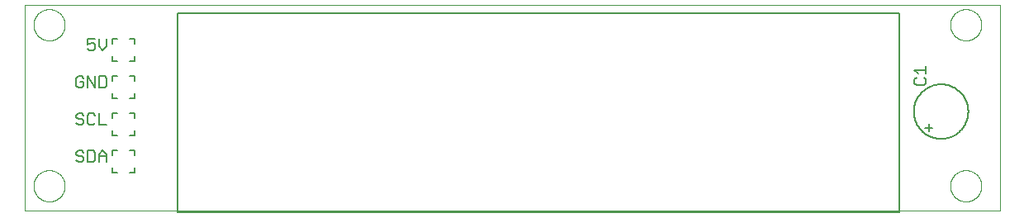
<source format=gto>
G75*
%MOIN*%
%OFA0B0*%
%FSLAX25Y25*%
%IPPOS*%
%LPD*%
%AMOC8*
5,1,8,0,0,1.08239X$1,22.5*
%
%ADD10C,0.00000*%
%ADD11C,0.00500*%
%ADD12C,0.00600*%
D10*
X0005942Y0005942D02*
X0005942Y0089018D01*
X0399643Y0089018D01*
X0399643Y0005942D01*
X0005942Y0005942D01*
X0009643Y0015942D02*
X0009645Y0016100D01*
X0009651Y0016258D01*
X0009661Y0016416D01*
X0009675Y0016574D01*
X0009693Y0016731D01*
X0009714Y0016888D01*
X0009740Y0017044D01*
X0009770Y0017200D01*
X0009803Y0017355D01*
X0009841Y0017508D01*
X0009882Y0017661D01*
X0009927Y0017813D01*
X0009976Y0017964D01*
X0010029Y0018113D01*
X0010085Y0018261D01*
X0010145Y0018407D01*
X0010209Y0018552D01*
X0010277Y0018695D01*
X0010348Y0018837D01*
X0010422Y0018977D01*
X0010500Y0019114D01*
X0010582Y0019250D01*
X0010666Y0019384D01*
X0010755Y0019515D01*
X0010846Y0019644D01*
X0010941Y0019771D01*
X0011038Y0019896D01*
X0011139Y0020018D01*
X0011243Y0020137D01*
X0011350Y0020254D01*
X0011460Y0020368D01*
X0011573Y0020479D01*
X0011688Y0020588D01*
X0011806Y0020693D01*
X0011927Y0020795D01*
X0012050Y0020895D01*
X0012176Y0020991D01*
X0012304Y0021084D01*
X0012434Y0021174D01*
X0012567Y0021260D01*
X0012702Y0021344D01*
X0012838Y0021423D01*
X0012977Y0021500D01*
X0013118Y0021572D01*
X0013260Y0021642D01*
X0013404Y0021707D01*
X0013550Y0021769D01*
X0013697Y0021827D01*
X0013846Y0021882D01*
X0013996Y0021933D01*
X0014147Y0021980D01*
X0014299Y0022023D01*
X0014452Y0022062D01*
X0014607Y0022098D01*
X0014762Y0022129D01*
X0014918Y0022157D01*
X0015074Y0022181D01*
X0015231Y0022201D01*
X0015389Y0022217D01*
X0015546Y0022229D01*
X0015705Y0022237D01*
X0015863Y0022241D01*
X0016021Y0022241D01*
X0016179Y0022237D01*
X0016338Y0022229D01*
X0016495Y0022217D01*
X0016653Y0022201D01*
X0016810Y0022181D01*
X0016966Y0022157D01*
X0017122Y0022129D01*
X0017277Y0022098D01*
X0017432Y0022062D01*
X0017585Y0022023D01*
X0017737Y0021980D01*
X0017888Y0021933D01*
X0018038Y0021882D01*
X0018187Y0021827D01*
X0018334Y0021769D01*
X0018480Y0021707D01*
X0018624Y0021642D01*
X0018766Y0021572D01*
X0018907Y0021500D01*
X0019046Y0021423D01*
X0019182Y0021344D01*
X0019317Y0021260D01*
X0019450Y0021174D01*
X0019580Y0021084D01*
X0019708Y0020991D01*
X0019834Y0020895D01*
X0019957Y0020795D01*
X0020078Y0020693D01*
X0020196Y0020588D01*
X0020311Y0020479D01*
X0020424Y0020368D01*
X0020534Y0020254D01*
X0020641Y0020137D01*
X0020745Y0020018D01*
X0020846Y0019896D01*
X0020943Y0019771D01*
X0021038Y0019644D01*
X0021129Y0019515D01*
X0021218Y0019384D01*
X0021302Y0019250D01*
X0021384Y0019114D01*
X0021462Y0018977D01*
X0021536Y0018837D01*
X0021607Y0018695D01*
X0021675Y0018552D01*
X0021739Y0018407D01*
X0021799Y0018261D01*
X0021855Y0018113D01*
X0021908Y0017964D01*
X0021957Y0017813D01*
X0022002Y0017661D01*
X0022043Y0017508D01*
X0022081Y0017355D01*
X0022114Y0017200D01*
X0022144Y0017044D01*
X0022170Y0016888D01*
X0022191Y0016731D01*
X0022209Y0016574D01*
X0022223Y0016416D01*
X0022233Y0016258D01*
X0022239Y0016100D01*
X0022241Y0015942D01*
X0022239Y0015784D01*
X0022233Y0015626D01*
X0022223Y0015468D01*
X0022209Y0015310D01*
X0022191Y0015153D01*
X0022170Y0014996D01*
X0022144Y0014840D01*
X0022114Y0014684D01*
X0022081Y0014529D01*
X0022043Y0014376D01*
X0022002Y0014223D01*
X0021957Y0014071D01*
X0021908Y0013920D01*
X0021855Y0013771D01*
X0021799Y0013623D01*
X0021739Y0013477D01*
X0021675Y0013332D01*
X0021607Y0013189D01*
X0021536Y0013047D01*
X0021462Y0012907D01*
X0021384Y0012770D01*
X0021302Y0012634D01*
X0021218Y0012500D01*
X0021129Y0012369D01*
X0021038Y0012240D01*
X0020943Y0012113D01*
X0020846Y0011988D01*
X0020745Y0011866D01*
X0020641Y0011747D01*
X0020534Y0011630D01*
X0020424Y0011516D01*
X0020311Y0011405D01*
X0020196Y0011296D01*
X0020078Y0011191D01*
X0019957Y0011089D01*
X0019834Y0010989D01*
X0019708Y0010893D01*
X0019580Y0010800D01*
X0019450Y0010710D01*
X0019317Y0010624D01*
X0019182Y0010540D01*
X0019046Y0010461D01*
X0018907Y0010384D01*
X0018766Y0010312D01*
X0018624Y0010242D01*
X0018480Y0010177D01*
X0018334Y0010115D01*
X0018187Y0010057D01*
X0018038Y0010002D01*
X0017888Y0009951D01*
X0017737Y0009904D01*
X0017585Y0009861D01*
X0017432Y0009822D01*
X0017277Y0009786D01*
X0017122Y0009755D01*
X0016966Y0009727D01*
X0016810Y0009703D01*
X0016653Y0009683D01*
X0016495Y0009667D01*
X0016338Y0009655D01*
X0016179Y0009647D01*
X0016021Y0009643D01*
X0015863Y0009643D01*
X0015705Y0009647D01*
X0015546Y0009655D01*
X0015389Y0009667D01*
X0015231Y0009683D01*
X0015074Y0009703D01*
X0014918Y0009727D01*
X0014762Y0009755D01*
X0014607Y0009786D01*
X0014452Y0009822D01*
X0014299Y0009861D01*
X0014147Y0009904D01*
X0013996Y0009951D01*
X0013846Y0010002D01*
X0013697Y0010057D01*
X0013550Y0010115D01*
X0013404Y0010177D01*
X0013260Y0010242D01*
X0013118Y0010312D01*
X0012977Y0010384D01*
X0012838Y0010461D01*
X0012702Y0010540D01*
X0012567Y0010624D01*
X0012434Y0010710D01*
X0012304Y0010800D01*
X0012176Y0010893D01*
X0012050Y0010989D01*
X0011927Y0011089D01*
X0011806Y0011191D01*
X0011688Y0011296D01*
X0011573Y0011405D01*
X0011460Y0011516D01*
X0011350Y0011630D01*
X0011243Y0011747D01*
X0011139Y0011866D01*
X0011038Y0011988D01*
X0010941Y0012113D01*
X0010846Y0012240D01*
X0010755Y0012369D01*
X0010666Y0012500D01*
X0010582Y0012634D01*
X0010500Y0012770D01*
X0010422Y0012907D01*
X0010348Y0013047D01*
X0010277Y0013189D01*
X0010209Y0013332D01*
X0010145Y0013477D01*
X0010085Y0013623D01*
X0010029Y0013771D01*
X0009976Y0013920D01*
X0009927Y0014071D01*
X0009882Y0014223D01*
X0009841Y0014376D01*
X0009803Y0014529D01*
X0009770Y0014684D01*
X0009740Y0014840D01*
X0009714Y0014996D01*
X0009693Y0015153D01*
X0009675Y0015310D01*
X0009661Y0015468D01*
X0009651Y0015626D01*
X0009645Y0015784D01*
X0009643Y0015942D01*
X0009643Y0080942D02*
X0009645Y0081100D01*
X0009651Y0081258D01*
X0009661Y0081416D01*
X0009675Y0081574D01*
X0009693Y0081731D01*
X0009714Y0081888D01*
X0009740Y0082044D01*
X0009770Y0082200D01*
X0009803Y0082355D01*
X0009841Y0082508D01*
X0009882Y0082661D01*
X0009927Y0082813D01*
X0009976Y0082964D01*
X0010029Y0083113D01*
X0010085Y0083261D01*
X0010145Y0083407D01*
X0010209Y0083552D01*
X0010277Y0083695D01*
X0010348Y0083837D01*
X0010422Y0083977D01*
X0010500Y0084114D01*
X0010582Y0084250D01*
X0010666Y0084384D01*
X0010755Y0084515D01*
X0010846Y0084644D01*
X0010941Y0084771D01*
X0011038Y0084896D01*
X0011139Y0085018D01*
X0011243Y0085137D01*
X0011350Y0085254D01*
X0011460Y0085368D01*
X0011573Y0085479D01*
X0011688Y0085588D01*
X0011806Y0085693D01*
X0011927Y0085795D01*
X0012050Y0085895D01*
X0012176Y0085991D01*
X0012304Y0086084D01*
X0012434Y0086174D01*
X0012567Y0086260D01*
X0012702Y0086344D01*
X0012838Y0086423D01*
X0012977Y0086500D01*
X0013118Y0086572D01*
X0013260Y0086642D01*
X0013404Y0086707D01*
X0013550Y0086769D01*
X0013697Y0086827D01*
X0013846Y0086882D01*
X0013996Y0086933D01*
X0014147Y0086980D01*
X0014299Y0087023D01*
X0014452Y0087062D01*
X0014607Y0087098D01*
X0014762Y0087129D01*
X0014918Y0087157D01*
X0015074Y0087181D01*
X0015231Y0087201D01*
X0015389Y0087217D01*
X0015546Y0087229D01*
X0015705Y0087237D01*
X0015863Y0087241D01*
X0016021Y0087241D01*
X0016179Y0087237D01*
X0016338Y0087229D01*
X0016495Y0087217D01*
X0016653Y0087201D01*
X0016810Y0087181D01*
X0016966Y0087157D01*
X0017122Y0087129D01*
X0017277Y0087098D01*
X0017432Y0087062D01*
X0017585Y0087023D01*
X0017737Y0086980D01*
X0017888Y0086933D01*
X0018038Y0086882D01*
X0018187Y0086827D01*
X0018334Y0086769D01*
X0018480Y0086707D01*
X0018624Y0086642D01*
X0018766Y0086572D01*
X0018907Y0086500D01*
X0019046Y0086423D01*
X0019182Y0086344D01*
X0019317Y0086260D01*
X0019450Y0086174D01*
X0019580Y0086084D01*
X0019708Y0085991D01*
X0019834Y0085895D01*
X0019957Y0085795D01*
X0020078Y0085693D01*
X0020196Y0085588D01*
X0020311Y0085479D01*
X0020424Y0085368D01*
X0020534Y0085254D01*
X0020641Y0085137D01*
X0020745Y0085018D01*
X0020846Y0084896D01*
X0020943Y0084771D01*
X0021038Y0084644D01*
X0021129Y0084515D01*
X0021218Y0084384D01*
X0021302Y0084250D01*
X0021384Y0084114D01*
X0021462Y0083977D01*
X0021536Y0083837D01*
X0021607Y0083695D01*
X0021675Y0083552D01*
X0021739Y0083407D01*
X0021799Y0083261D01*
X0021855Y0083113D01*
X0021908Y0082964D01*
X0021957Y0082813D01*
X0022002Y0082661D01*
X0022043Y0082508D01*
X0022081Y0082355D01*
X0022114Y0082200D01*
X0022144Y0082044D01*
X0022170Y0081888D01*
X0022191Y0081731D01*
X0022209Y0081574D01*
X0022223Y0081416D01*
X0022233Y0081258D01*
X0022239Y0081100D01*
X0022241Y0080942D01*
X0022239Y0080784D01*
X0022233Y0080626D01*
X0022223Y0080468D01*
X0022209Y0080310D01*
X0022191Y0080153D01*
X0022170Y0079996D01*
X0022144Y0079840D01*
X0022114Y0079684D01*
X0022081Y0079529D01*
X0022043Y0079376D01*
X0022002Y0079223D01*
X0021957Y0079071D01*
X0021908Y0078920D01*
X0021855Y0078771D01*
X0021799Y0078623D01*
X0021739Y0078477D01*
X0021675Y0078332D01*
X0021607Y0078189D01*
X0021536Y0078047D01*
X0021462Y0077907D01*
X0021384Y0077770D01*
X0021302Y0077634D01*
X0021218Y0077500D01*
X0021129Y0077369D01*
X0021038Y0077240D01*
X0020943Y0077113D01*
X0020846Y0076988D01*
X0020745Y0076866D01*
X0020641Y0076747D01*
X0020534Y0076630D01*
X0020424Y0076516D01*
X0020311Y0076405D01*
X0020196Y0076296D01*
X0020078Y0076191D01*
X0019957Y0076089D01*
X0019834Y0075989D01*
X0019708Y0075893D01*
X0019580Y0075800D01*
X0019450Y0075710D01*
X0019317Y0075624D01*
X0019182Y0075540D01*
X0019046Y0075461D01*
X0018907Y0075384D01*
X0018766Y0075312D01*
X0018624Y0075242D01*
X0018480Y0075177D01*
X0018334Y0075115D01*
X0018187Y0075057D01*
X0018038Y0075002D01*
X0017888Y0074951D01*
X0017737Y0074904D01*
X0017585Y0074861D01*
X0017432Y0074822D01*
X0017277Y0074786D01*
X0017122Y0074755D01*
X0016966Y0074727D01*
X0016810Y0074703D01*
X0016653Y0074683D01*
X0016495Y0074667D01*
X0016338Y0074655D01*
X0016179Y0074647D01*
X0016021Y0074643D01*
X0015863Y0074643D01*
X0015705Y0074647D01*
X0015546Y0074655D01*
X0015389Y0074667D01*
X0015231Y0074683D01*
X0015074Y0074703D01*
X0014918Y0074727D01*
X0014762Y0074755D01*
X0014607Y0074786D01*
X0014452Y0074822D01*
X0014299Y0074861D01*
X0014147Y0074904D01*
X0013996Y0074951D01*
X0013846Y0075002D01*
X0013697Y0075057D01*
X0013550Y0075115D01*
X0013404Y0075177D01*
X0013260Y0075242D01*
X0013118Y0075312D01*
X0012977Y0075384D01*
X0012838Y0075461D01*
X0012702Y0075540D01*
X0012567Y0075624D01*
X0012434Y0075710D01*
X0012304Y0075800D01*
X0012176Y0075893D01*
X0012050Y0075989D01*
X0011927Y0076089D01*
X0011806Y0076191D01*
X0011688Y0076296D01*
X0011573Y0076405D01*
X0011460Y0076516D01*
X0011350Y0076630D01*
X0011243Y0076747D01*
X0011139Y0076866D01*
X0011038Y0076988D01*
X0010941Y0077113D01*
X0010846Y0077240D01*
X0010755Y0077369D01*
X0010666Y0077500D01*
X0010582Y0077634D01*
X0010500Y0077770D01*
X0010422Y0077907D01*
X0010348Y0078047D01*
X0010277Y0078189D01*
X0010209Y0078332D01*
X0010145Y0078477D01*
X0010085Y0078623D01*
X0010029Y0078771D01*
X0009976Y0078920D01*
X0009927Y0079071D01*
X0009882Y0079223D01*
X0009841Y0079376D01*
X0009803Y0079529D01*
X0009770Y0079684D01*
X0009740Y0079840D01*
X0009714Y0079996D01*
X0009693Y0080153D01*
X0009675Y0080310D01*
X0009661Y0080468D01*
X0009651Y0080626D01*
X0009645Y0080784D01*
X0009643Y0080942D01*
X0379643Y0080942D02*
X0379645Y0081100D01*
X0379651Y0081258D01*
X0379661Y0081416D01*
X0379675Y0081574D01*
X0379693Y0081731D01*
X0379714Y0081888D01*
X0379740Y0082044D01*
X0379770Y0082200D01*
X0379803Y0082355D01*
X0379841Y0082508D01*
X0379882Y0082661D01*
X0379927Y0082813D01*
X0379976Y0082964D01*
X0380029Y0083113D01*
X0380085Y0083261D01*
X0380145Y0083407D01*
X0380209Y0083552D01*
X0380277Y0083695D01*
X0380348Y0083837D01*
X0380422Y0083977D01*
X0380500Y0084114D01*
X0380582Y0084250D01*
X0380666Y0084384D01*
X0380755Y0084515D01*
X0380846Y0084644D01*
X0380941Y0084771D01*
X0381038Y0084896D01*
X0381139Y0085018D01*
X0381243Y0085137D01*
X0381350Y0085254D01*
X0381460Y0085368D01*
X0381573Y0085479D01*
X0381688Y0085588D01*
X0381806Y0085693D01*
X0381927Y0085795D01*
X0382050Y0085895D01*
X0382176Y0085991D01*
X0382304Y0086084D01*
X0382434Y0086174D01*
X0382567Y0086260D01*
X0382702Y0086344D01*
X0382838Y0086423D01*
X0382977Y0086500D01*
X0383118Y0086572D01*
X0383260Y0086642D01*
X0383404Y0086707D01*
X0383550Y0086769D01*
X0383697Y0086827D01*
X0383846Y0086882D01*
X0383996Y0086933D01*
X0384147Y0086980D01*
X0384299Y0087023D01*
X0384452Y0087062D01*
X0384607Y0087098D01*
X0384762Y0087129D01*
X0384918Y0087157D01*
X0385074Y0087181D01*
X0385231Y0087201D01*
X0385389Y0087217D01*
X0385546Y0087229D01*
X0385705Y0087237D01*
X0385863Y0087241D01*
X0386021Y0087241D01*
X0386179Y0087237D01*
X0386338Y0087229D01*
X0386495Y0087217D01*
X0386653Y0087201D01*
X0386810Y0087181D01*
X0386966Y0087157D01*
X0387122Y0087129D01*
X0387277Y0087098D01*
X0387432Y0087062D01*
X0387585Y0087023D01*
X0387737Y0086980D01*
X0387888Y0086933D01*
X0388038Y0086882D01*
X0388187Y0086827D01*
X0388334Y0086769D01*
X0388480Y0086707D01*
X0388624Y0086642D01*
X0388766Y0086572D01*
X0388907Y0086500D01*
X0389046Y0086423D01*
X0389182Y0086344D01*
X0389317Y0086260D01*
X0389450Y0086174D01*
X0389580Y0086084D01*
X0389708Y0085991D01*
X0389834Y0085895D01*
X0389957Y0085795D01*
X0390078Y0085693D01*
X0390196Y0085588D01*
X0390311Y0085479D01*
X0390424Y0085368D01*
X0390534Y0085254D01*
X0390641Y0085137D01*
X0390745Y0085018D01*
X0390846Y0084896D01*
X0390943Y0084771D01*
X0391038Y0084644D01*
X0391129Y0084515D01*
X0391218Y0084384D01*
X0391302Y0084250D01*
X0391384Y0084114D01*
X0391462Y0083977D01*
X0391536Y0083837D01*
X0391607Y0083695D01*
X0391675Y0083552D01*
X0391739Y0083407D01*
X0391799Y0083261D01*
X0391855Y0083113D01*
X0391908Y0082964D01*
X0391957Y0082813D01*
X0392002Y0082661D01*
X0392043Y0082508D01*
X0392081Y0082355D01*
X0392114Y0082200D01*
X0392144Y0082044D01*
X0392170Y0081888D01*
X0392191Y0081731D01*
X0392209Y0081574D01*
X0392223Y0081416D01*
X0392233Y0081258D01*
X0392239Y0081100D01*
X0392241Y0080942D01*
X0392239Y0080784D01*
X0392233Y0080626D01*
X0392223Y0080468D01*
X0392209Y0080310D01*
X0392191Y0080153D01*
X0392170Y0079996D01*
X0392144Y0079840D01*
X0392114Y0079684D01*
X0392081Y0079529D01*
X0392043Y0079376D01*
X0392002Y0079223D01*
X0391957Y0079071D01*
X0391908Y0078920D01*
X0391855Y0078771D01*
X0391799Y0078623D01*
X0391739Y0078477D01*
X0391675Y0078332D01*
X0391607Y0078189D01*
X0391536Y0078047D01*
X0391462Y0077907D01*
X0391384Y0077770D01*
X0391302Y0077634D01*
X0391218Y0077500D01*
X0391129Y0077369D01*
X0391038Y0077240D01*
X0390943Y0077113D01*
X0390846Y0076988D01*
X0390745Y0076866D01*
X0390641Y0076747D01*
X0390534Y0076630D01*
X0390424Y0076516D01*
X0390311Y0076405D01*
X0390196Y0076296D01*
X0390078Y0076191D01*
X0389957Y0076089D01*
X0389834Y0075989D01*
X0389708Y0075893D01*
X0389580Y0075800D01*
X0389450Y0075710D01*
X0389317Y0075624D01*
X0389182Y0075540D01*
X0389046Y0075461D01*
X0388907Y0075384D01*
X0388766Y0075312D01*
X0388624Y0075242D01*
X0388480Y0075177D01*
X0388334Y0075115D01*
X0388187Y0075057D01*
X0388038Y0075002D01*
X0387888Y0074951D01*
X0387737Y0074904D01*
X0387585Y0074861D01*
X0387432Y0074822D01*
X0387277Y0074786D01*
X0387122Y0074755D01*
X0386966Y0074727D01*
X0386810Y0074703D01*
X0386653Y0074683D01*
X0386495Y0074667D01*
X0386338Y0074655D01*
X0386179Y0074647D01*
X0386021Y0074643D01*
X0385863Y0074643D01*
X0385705Y0074647D01*
X0385546Y0074655D01*
X0385389Y0074667D01*
X0385231Y0074683D01*
X0385074Y0074703D01*
X0384918Y0074727D01*
X0384762Y0074755D01*
X0384607Y0074786D01*
X0384452Y0074822D01*
X0384299Y0074861D01*
X0384147Y0074904D01*
X0383996Y0074951D01*
X0383846Y0075002D01*
X0383697Y0075057D01*
X0383550Y0075115D01*
X0383404Y0075177D01*
X0383260Y0075242D01*
X0383118Y0075312D01*
X0382977Y0075384D01*
X0382838Y0075461D01*
X0382702Y0075540D01*
X0382567Y0075624D01*
X0382434Y0075710D01*
X0382304Y0075800D01*
X0382176Y0075893D01*
X0382050Y0075989D01*
X0381927Y0076089D01*
X0381806Y0076191D01*
X0381688Y0076296D01*
X0381573Y0076405D01*
X0381460Y0076516D01*
X0381350Y0076630D01*
X0381243Y0076747D01*
X0381139Y0076866D01*
X0381038Y0076988D01*
X0380941Y0077113D01*
X0380846Y0077240D01*
X0380755Y0077369D01*
X0380666Y0077500D01*
X0380582Y0077634D01*
X0380500Y0077770D01*
X0380422Y0077907D01*
X0380348Y0078047D01*
X0380277Y0078189D01*
X0380209Y0078332D01*
X0380145Y0078477D01*
X0380085Y0078623D01*
X0380029Y0078771D01*
X0379976Y0078920D01*
X0379927Y0079071D01*
X0379882Y0079223D01*
X0379841Y0079376D01*
X0379803Y0079529D01*
X0379770Y0079684D01*
X0379740Y0079840D01*
X0379714Y0079996D01*
X0379693Y0080153D01*
X0379675Y0080310D01*
X0379661Y0080468D01*
X0379651Y0080626D01*
X0379645Y0080784D01*
X0379643Y0080942D01*
X0379643Y0015942D02*
X0379645Y0016100D01*
X0379651Y0016258D01*
X0379661Y0016416D01*
X0379675Y0016574D01*
X0379693Y0016731D01*
X0379714Y0016888D01*
X0379740Y0017044D01*
X0379770Y0017200D01*
X0379803Y0017355D01*
X0379841Y0017508D01*
X0379882Y0017661D01*
X0379927Y0017813D01*
X0379976Y0017964D01*
X0380029Y0018113D01*
X0380085Y0018261D01*
X0380145Y0018407D01*
X0380209Y0018552D01*
X0380277Y0018695D01*
X0380348Y0018837D01*
X0380422Y0018977D01*
X0380500Y0019114D01*
X0380582Y0019250D01*
X0380666Y0019384D01*
X0380755Y0019515D01*
X0380846Y0019644D01*
X0380941Y0019771D01*
X0381038Y0019896D01*
X0381139Y0020018D01*
X0381243Y0020137D01*
X0381350Y0020254D01*
X0381460Y0020368D01*
X0381573Y0020479D01*
X0381688Y0020588D01*
X0381806Y0020693D01*
X0381927Y0020795D01*
X0382050Y0020895D01*
X0382176Y0020991D01*
X0382304Y0021084D01*
X0382434Y0021174D01*
X0382567Y0021260D01*
X0382702Y0021344D01*
X0382838Y0021423D01*
X0382977Y0021500D01*
X0383118Y0021572D01*
X0383260Y0021642D01*
X0383404Y0021707D01*
X0383550Y0021769D01*
X0383697Y0021827D01*
X0383846Y0021882D01*
X0383996Y0021933D01*
X0384147Y0021980D01*
X0384299Y0022023D01*
X0384452Y0022062D01*
X0384607Y0022098D01*
X0384762Y0022129D01*
X0384918Y0022157D01*
X0385074Y0022181D01*
X0385231Y0022201D01*
X0385389Y0022217D01*
X0385546Y0022229D01*
X0385705Y0022237D01*
X0385863Y0022241D01*
X0386021Y0022241D01*
X0386179Y0022237D01*
X0386338Y0022229D01*
X0386495Y0022217D01*
X0386653Y0022201D01*
X0386810Y0022181D01*
X0386966Y0022157D01*
X0387122Y0022129D01*
X0387277Y0022098D01*
X0387432Y0022062D01*
X0387585Y0022023D01*
X0387737Y0021980D01*
X0387888Y0021933D01*
X0388038Y0021882D01*
X0388187Y0021827D01*
X0388334Y0021769D01*
X0388480Y0021707D01*
X0388624Y0021642D01*
X0388766Y0021572D01*
X0388907Y0021500D01*
X0389046Y0021423D01*
X0389182Y0021344D01*
X0389317Y0021260D01*
X0389450Y0021174D01*
X0389580Y0021084D01*
X0389708Y0020991D01*
X0389834Y0020895D01*
X0389957Y0020795D01*
X0390078Y0020693D01*
X0390196Y0020588D01*
X0390311Y0020479D01*
X0390424Y0020368D01*
X0390534Y0020254D01*
X0390641Y0020137D01*
X0390745Y0020018D01*
X0390846Y0019896D01*
X0390943Y0019771D01*
X0391038Y0019644D01*
X0391129Y0019515D01*
X0391218Y0019384D01*
X0391302Y0019250D01*
X0391384Y0019114D01*
X0391462Y0018977D01*
X0391536Y0018837D01*
X0391607Y0018695D01*
X0391675Y0018552D01*
X0391739Y0018407D01*
X0391799Y0018261D01*
X0391855Y0018113D01*
X0391908Y0017964D01*
X0391957Y0017813D01*
X0392002Y0017661D01*
X0392043Y0017508D01*
X0392081Y0017355D01*
X0392114Y0017200D01*
X0392144Y0017044D01*
X0392170Y0016888D01*
X0392191Y0016731D01*
X0392209Y0016574D01*
X0392223Y0016416D01*
X0392233Y0016258D01*
X0392239Y0016100D01*
X0392241Y0015942D01*
X0392239Y0015784D01*
X0392233Y0015626D01*
X0392223Y0015468D01*
X0392209Y0015310D01*
X0392191Y0015153D01*
X0392170Y0014996D01*
X0392144Y0014840D01*
X0392114Y0014684D01*
X0392081Y0014529D01*
X0392043Y0014376D01*
X0392002Y0014223D01*
X0391957Y0014071D01*
X0391908Y0013920D01*
X0391855Y0013771D01*
X0391799Y0013623D01*
X0391739Y0013477D01*
X0391675Y0013332D01*
X0391607Y0013189D01*
X0391536Y0013047D01*
X0391462Y0012907D01*
X0391384Y0012770D01*
X0391302Y0012634D01*
X0391218Y0012500D01*
X0391129Y0012369D01*
X0391038Y0012240D01*
X0390943Y0012113D01*
X0390846Y0011988D01*
X0390745Y0011866D01*
X0390641Y0011747D01*
X0390534Y0011630D01*
X0390424Y0011516D01*
X0390311Y0011405D01*
X0390196Y0011296D01*
X0390078Y0011191D01*
X0389957Y0011089D01*
X0389834Y0010989D01*
X0389708Y0010893D01*
X0389580Y0010800D01*
X0389450Y0010710D01*
X0389317Y0010624D01*
X0389182Y0010540D01*
X0389046Y0010461D01*
X0388907Y0010384D01*
X0388766Y0010312D01*
X0388624Y0010242D01*
X0388480Y0010177D01*
X0388334Y0010115D01*
X0388187Y0010057D01*
X0388038Y0010002D01*
X0387888Y0009951D01*
X0387737Y0009904D01*
X0387585Y0009861D01*
X0387432Y0009822D01*
X0387277Y0009786D01*
X0387122Y0009755D01*
X0386966Y0009727D01*
X0386810Y0009703D01*
X0386653Y0009683D01*
X0386495Y0009667D01*
X0386338Y0009655D01*
X0386179Y0009647D01*
X0386021Y0009643D01*
X0385863Y0009643D01*
X0385705Y0009647D01*
X0385546Y0009655D01*
X0385389Y0009667D01*
X0385231Y0009683D01*
X0385074Y0009703D01*
X0384918Y0009727D01*
X0384762Y0009755D01*
X0384607Y0009786D01*
X0384452Y0009822D01*
X0384299Y0009861D01*
X0384147Y0009904D01*
X0383996Y0009951D01*
X0383846Y0010002D01*
X0383697Y0010057D01*
X0383550Y0010115D01*
X0383404Y0010177D01*
X0383260Y0010242D01*
X0383118Y0010312D01*
X0382977Y0010384D01*
X0382838Y0010461D01*
X0382702Y0010540D01*
X0382567Y0010624D01*
X0382434Y0010710D01*
X0382304Y0010800D01*
X0382176Y0010893D01*
X0382050Y0010989D01*
X0381927Y0011089D01*
X0381806Y0011191D01*
X0381688Y0011296D01*
X0381573Y0011405D01*
X0381460Y0011516D01*
X0381350Y0011630D01*
X0381243Y0011747D01*
X0381139Y0011866D01*
X0381038Y0011988D01*
X0380941Y0012113D01*
X0380846Y0012240D01*
X0380755Y0012369D01*
X0380666Y0012500D01*
X0380582Y0012634D01*
X0380500Y0012770D01*
X0380422Y0012907D01*
X0380348Y0013047D01*
X0380277Y0013189D01*
X0380209Y0013332D01*
X0380145Y0013477D01*
X0380085Y0013623D01*
X0380029Y0013771D01*
X0379976Y0013920D01*
X0379927Y0014071D01*
X0379882Y0014223D01*
X0379841Y0014376D01*
X0379803Y0014529D01*
X0379770Y0014684D01*
X0379740Y0014840D01*
X0379714Y0014996D01*
X0379693Y0015153D01*
X0379675Y0015310D01*
X0379661Y0015468D01*
X0379651Y0015626D01*
X0379645Y0015784D01*
X0379643Y0015942D01*
D11*
X0359067Y0005317D02*
X0359067Y0085750D01*
X0067729Y0085750D01*
X0067729Y0005317D01*
X0359067Y0005317D01*
X0365939Y0056692D02*
X0368941Y0056692D01*
X0369692Y0057443D01*
X0369692Y0058944D01*
X0368941Y0059695D01*
X0369692Y0061296D02*
X0369692Y0064299D01*
X0369692Y0062797D02*
X0365188Y0062797D01*
X0366690Y0061296D01*
X0365939Y0059695D02*
X0365188Y0058944D01*
X0365188Y0057443D01*
X0365939Y0056692D01*
X0039091Y0056443D02*
X0038340Y0055692D01*
X0036088Y0055692D01*
X0036088Y0060196D01*
X0038340Y0060196D01*
X0039091Y0059445D01*
X0039091Y0056443D01*
X0034487Y0055692D02*
X0034487Y0060196D01*
X0031484Y0060196D02*
X0034487Y0055692D01*
X0031484Y0055692D02*
X0031484Y0060196D01*
X0029883Y0059445D02*
X0029132Y0060196D01*
X0027631Y0060196D01*
X0026880Y0059445D01*
X0026880Y0056443D01*
X0027631Y0055692D01*
X0029132Y0055692D01*
X0029883Y0056443D01*
X0029883Y0057944D01*
X0028382Y0057944D01*
X0029132Y0045196D02*
X0027631Y0045196D01*
X0026880Y0044445D01*
X0026880Y0043695D01*
X0027631Y0042944D01*
X0029132Y0042944D01*
X0029883Y0042193D01*
X0029883Y0041443D01*
X0029132Y0040692D01*
X0027631Y0040692D01*
X0026880Y0041443D01*
X0031484Y0041443D02*
X0032235Y0040692D01*
X0033736Y0040692D01*
X0034487Y0041443D01*
X0036088Y0040692D02*
X0039091Y0040692D01*
X0036088Y0040692D02*
X0036088Y0045196D01*
X0034487Y0044445D02*
X0033736Y0045196D01*
X0032235Y0045196D01*
X0031484Y0044445D01*
X0031484Y0041443D01*
X0029883Y0044445D02*
X0029132Y0045196D01*
X0029132Y0030196D02*
X0027631Y0030196D01*
X0026880Y0029445D01*
X0026880Y0028695D01*
X0027631Y0027944D01*
X0029132Y0027944D01*
X0029883Y0027193D01*
X0029883Y0026443D01*
X0029132Y0025692D01*
X0027631Y0025692D01*
X0026880Y0026443D01*
X0031484Y0025692D02*
X0033736Y0025692D01*
X0034487Y0026443D01*
X0034487Y0029445D01*
X0033736Y0030196D01*
X0031484Y0030196D01*
X0031484Y0025692D01*
X0036088Y0025692D02*
X0036088Y0028695D01*
X0037589Y0030196D01*
X0039091Y0028695D01*
X0039091Y0025692D01*
X0039091Y0027944D02*
X0036088Y0027944D01*
X0029883Y0029445D02*
X0029132Y0030196D01*
X0032235Y0070692D02*
X0031484Y0071443D01*
X0032235Y0070692D02*
X0033736Y0070692D01*
X0034487Y0071443D01*
X0034487Y0072944D01*
X0033736Y0073695D01*
X0032986Y0073695D01*
X0031484Y0072944D01*
X0031484Y0075196D01*
X0034487Y0075196D01*
X0036088Y0075196D02*
X0036088Y0072193D01*
X0037589Y0070692D01*
X0039091Y0072193D01*
X0039091Y0075196D01*
D12*
X0041442Y0075442D02*
X0041442Y0073442D01*
X0041442Y0075442D02*
X0043442Y0075442D01*
X0048442Y0075442D02*
X0050442Y0075442D01*
X0050442Y0073442D01*
X0050442Y0068442D02*
X0050442Y0066442D01*
X0048442Y0066442D01*
X0043442Y0066442D02*
X0041442Y0066442D01*
X0041442Y0068442D01*
X0041442Y0060442D02*
X0041442Y0058442D01*
X0041442Y0060442D02*
X0043442Y0060442D01*
X0048442Y0060442D02*
X0050442Y0060442D01*
X0050442Y0058442D01*
X0050442Y0053442D02*
X0050442Y0051442D01*
X0048442Y0051442D01*
X0043442Y0051442D02*
X0041442Y0051442D01*
X0041442Y0053442D01*
X0041442Y0045442D02*
X0041442Y0043442D01*
X0041442Y0045442D02*
X0043442Y0045442D01*
X0048442Y0045442D02*
X0050442Y0045442D01*
X0050442Y0043442D01*
X0050442Y0038442D02*
X0050442Y0036442D01*
X0048442Y0036442D01*
X0043442Y0036442D02*
X0041442Y0036442D01*
X0041442Y0038442D01*
X0041442Y0030442D02*
X0041442Y0028442D01*
X0041442Y0030442D02*
X0043442Y0030442D01*
X0048442Y0030442D02*
X0050442Y0030442D01*
X0050442Y0028442D01*
X0050442Y0023442D02*
X0050442Y0021442D01*
X0048442Y0021442D01*
X0043442Y0021442D02*
X0041442Y0021442D01*
X0041442Y0023442D01*
X0369442Y0039442D02*
X0370942Y0039442D01*
X0370942Y0040942D01*
X0370942Y0039442D02*
X0372442Y0039442D01*
X0370942Y0039442D02*
X0370942Y0037942D01*
X0364942Y0045942D02*
X0364945Y0046212D01*
X0364955Y0046482D01*
X0364972Y0046751D01*
X0364995Y0047020D01*
X0365025Y0047289D01*
X0365061Y0047556D01*
X0365104Y0047823D01*
X0365153Y0048088D01*
X0365209Y0048352D01*
X0365272Y0048615D01*
X0365340Y0048876D01*
X0365416Y0049135D01*
X0365497Y0049392D01*
X0365585Y0049648D01*
X0365679Y0049901D01*
X0365779Y0050152D01*
X0365886Y0050400D01*
X0365998Y0050645D01*
X0366117Y0050888D01*
X0366241Y0051127D01*
X0366371Y0051364D01*
X0366507Y0051597D01*
X0366649Y0051827D01*
X0366796Y0052053D01*
X0366949Y0052276D01*
X0367107Y0052495D01*
X0367270Y0052710D01*
X0367439Y0052920D01*
X0367613Y0053127D01*
X0367792Y0053329D01*
X0367975Y0053527D01*
X0368164Y0053720D01*
X0368357Y0053909D01*
X0368555Y0054092D01*
X0368757Y0054271D01*
X0368964Y0054445D01*
X0369174Y0054614D01*
X0369389Y0054777D01*
X0369608Y0054935D01*
X0369831Y0055088D01*
X0370057Y0055235D01*
X0370287Y0055377D01*
X0370520Y0055513D01*
X0370757Y0055643D01*
X0370996Y0055767D01*
X0371239Y0055886D01*
X0371484Y0055998D01*
X0371732Y0056105D01*
X0371983Y0056205D01*
X0372236Y0056299D01*
X0372492Y0056387D01*
X0372749Y0056468D01*
X0373008Y0056544D01*
X0373269Y0056612D01*
X0373532Y0056675D01*
X0373796Y0056731D01*
X0374061Y0056780D01*
X0374328Y0056823D01*
X0374595Y0056859D01*
X0374864Y0056889D01*
X0375133Y0056912D01*
X0375402Y0056929D01*
X0375672Y0056939D01*
X0375942Y0056942D01*
X0376212Y0056939D01*
X0376482Y0056929D01*
X0376751Y0056912D01*
X0377020Y0056889D01*
X0377289Y0056859D01*
X0377556Y0056823D01*
X0377823Y0056780D01*
X0378088Y0056731D01*
X0378352Y0056675D01*
X0378615Y0056612D01*
X0378876Y0056544D01*
X0379135Y0056468D01*
X0379392Y0056387D01*
X0379648Y0056299D01*
X0379901Y0056205D01*
X0380152Y0056105D01*
X0380400Y0055998D01*
X0380645Y0055886D01*
X0380888Y0055767D01*
X0381127Y0055643D01*
X0381364Y0055513D01*
X0381597Y0055377D01*
X0381827Y0055235D01*
X0382053Y0055088D01*
X0382276Y0054935D01*
X0382495Y0054777D01*
X0382710Y0054614D01*
X0382920Y0054445D01*
X0383127Y0054271D01*
X0383329Y0054092D01*
X0383527Y0053909D01*
X0383720Y0053720D01*
X0383909Y0053527D01*
X0384092Y0053329D01*
X0384271Y0053127D01*
X0384445Y0052920D01*
X0384614Y0052710D01*
X0384777Y0052495D01*
X0384935Y0052276D01*
X0385088Y0052053D01*
X0385235Y0051827D01*
X0385377Y0051597D01*
X0385513Y0051364D01*
X0385643Y0051127D01*
X0385767Y0050888D01*
X0385886Y0050645D01*
X0385998Y0050400D01*
X0386105Y0050152D01*
X0386205Y0049901D01*
X0386299Y0049648D01*
X0386387Y0049392D01*
X0386468Y0049135D01*
X0386544Y0048876D01*
X0386612Y0048615D01*
X0386675Y0048352D01*
X0386731Y0048088D01*
X0386780Y0047823D01*
X0386823Y0047556D01*
X0386859Y0047289D01*
X0386889Y0047020D01*
X0386912Y0046751D01*
X0386929Y0046482D01*
X0386939Y0046212D01*
X0386942Y0045942D01*
X0386939Y0045672D01*
X0386929Y0045402D01*
X0386912Y0045133D01*
X0386889Y0044864D01*
X0386859Y0044595D01*
X0386823Y0044328D01*
X0386780Y0044061D01*
X0386731Y0043796D01*
X0386675Y0043532D01*
X0386612Y0043269D01*
X0386544Y0043008D01*
X0386468Y0042749D01*
X0386387Y0042492D01*
X0386299Y0042236D01*
X0386205Y0041983D01*
X0386105Y0041732D01*
X0385998Y0041484D01*
X0385886Y0041239D01*
X0385767Y0040996D01*
X0385643Y0040757D01*
X0385513Y0040520D01*
X0385377Y0040287D01*
X0385235Y0040057D01*
X0385088Y0039831D01*
X0384935Y0039608D01*
X0384777Y0039389D01*
X0384614Y0039174D01*
X0384445Y0038964D01*
X0384271Y0038757D01*
X0384092Y0038555D01*
X0383909Y0038357D01*
X0383720Y0038164D01*
X0383527Y0037975D01*
X0383329Y0037792D01*
X0383127Y0037613D01*
X0382920Y0037439D01*
X0382710Y0037270D01*
X0382495Y0037107D01*
X0382276Y0036949D01*
X0382053Y0036796D01*
X0381827Y0036649D01*
X0381597Y0036507D01*
X0381364Y0036371D01*
X0381127Y0036241D01*
X0380888Y0036117D01*
X0380645Y0035998D01*
X0380400Y0035886D01*
X0380152Y0035779D01*
X0379901Y0035679D01*
X0379648Y0035585D01*
X0379392Y0035497D01*
X0379135Y0035416D01*
X0378876Y0035340D01*
X0378615Y0035272D01*
X0378352Y0035209D01*
X0378088Y0035153D01*
X0377823Y0035104D01*
X0377556Y0035061D01*
X0377289Y0035025D01*
X0377020Y0034995D01*
X0376751Y0034972D01*
X0376482Y0034955D01*
X0376212Y0034945D01*
X0375942Y0034942D01*
X0375672Y0034945D01*
X0375402Y0034955D01*
X0375133Y0034972D01*
X0374864Y0034995D01*
X0374595Y0035025D01*
X0374328Y0035061D01*
X0374061Y0035104D01*
X0373796Y0035153D01*
X0373532Y0035209D01*
X0373269Y0035272D01*
X0373008Y0035340D01*
X0372749Y0035416D01*
X0372492Y0035497D01*
X0372236Y0035585D01*
X0371983Y0035679D01*
X0371732Y0035779D01*
X0371484Y0035886D01*
X0371239Y0035998D01*
X0370996Y0036117D01*
X0370757Y0036241D01*
X0370520Y0036371D01*
X0370287Y0036507D01*
X0370057Y0036649D01*
X0369831Y0036796D01*
X0369608Y0036949D01*
X0369389Y0037107D01*
X0369174Y0037270D01*
X0368964Y0037439D01*
X0368757Y0037613D01*
X0368555Y0037792D01*
X0368357Y0037975D01*
X0368164Y0038164D01*
X0367975Y0038357D01*
X0367792Y0038555D01*
X0367613Y0038757D01*
X0367439Y0038964D01*
X0367270Y0039174D01*
X0367107Y0039389D01*
X0366949Y0039608D01*
X0366796Y0039831D01*
X0366649Y0040057D01*
X0366507Y0040287D01*
X0366371Y0040520D01*
X0366241Y0040757D01*
X0366117Y0040996D01*
X0365998Y0041239D01*
X0365886Y0041484D01*
X0365779Y0041732D01*
X0365679Y0041983D01*
X0365585Y0042236D01*
X0365497Y0042492D01*
X0365416Y0042749D01*
X0365340Y0043008D01*
X0365272Y0043269D01*
X0365209Y0043532D01*
X0365153Y0043796D01*
X0365104Y0044061D01*
X0365061Y0044328D01*
X0365025Y0044595D01*
X0364995Y0044864D01*
X0364972Y0045133D01*
X0364955Y0045402D01*
X0364945Y0045672D01*
X0364942Y0045942D01*
M02*

</source>
